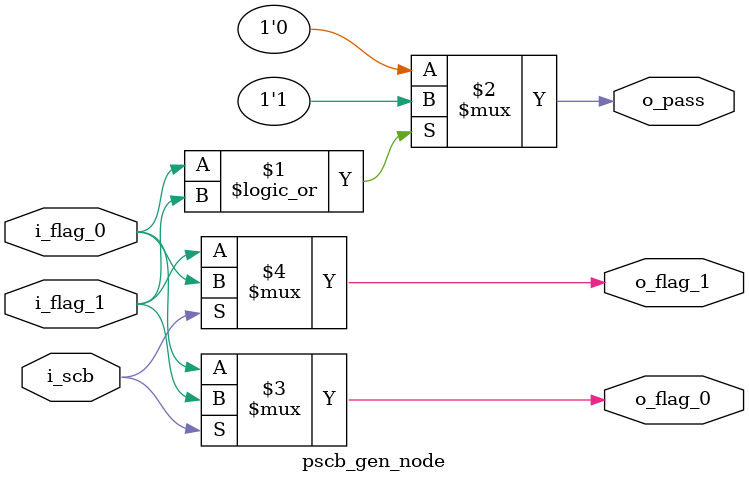
<source format=sv>
`timescale 1ns / 1ps


module pscb_gen_node (
        input wire                      i_scb,
        input wire                      i_flag_0,
        input wire                      i_flag_1,
        
        output wire                     o_pass,
        output wire                     o_flag_0,
        output wire                     o_flag_1
    );
    
    assign o_pass = (i_flag_0 || i_flag_1) ? 1'b1 : 1'b0;
    assign o_flag_0 = (i_scb) ? i_flag_1 : i_flag_0;
    assign o_flag_1 = (i_scb) ? i_flag_0 : i_flag_1;
    
endmodule

</source>
